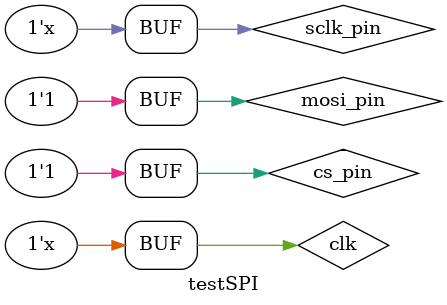
<source format=v>


module spiMemory(clk, sclk_pin, cs_pin, miso_pin, mosi_pin, leds, faultinjector_pin);
input clk;
input sclk_pin;
input cs_pin;
output miso_pin;
input mosi_pin;
output [7:0] leds;
input faultinjector_pin;
//output wire miso_buffout;

wire mosi_conditioned, mosi_positiveedge, mosi_negativeedge;
wire sclk_conditioned, sclk_positiveedge, sclk_negativeedge;
wire cs_conditioned, cs_positiveedge, cs_negativeedge;
wire fault_conditioned, fault_positiveedge, fault_negativeedge;

wire SR_we;
wire ADDR_we;
wire DM_we;

wire[7:0] d_outshiftreg;
wire serialDataOut;
wire[7:0] parallelDataOut;

wire[7:0] address;
wire[7:0] d_in, q;
wire[7:0] d_outdatamem;

wire dff_out;
wire tri_output;

inputconditioner mosi_cond (clk, mosi_pin, mosi_conditioned, mosi_positiveedge, mosi_negativeedge);
inputconditioner sclk_cond (clk, sclk_pin, sclk_conditioned, sclk_positiveedge, sclk_negativeedge);
inputconditioner cs_cond (clk, cs_pin, cs_conditioned, cs_positiveedge, cs_negativeedge);
inputconditioner fault_cond (clk, fault_pin, fault_conditioned, fault_positiveedge, fault_negativeedge);

//finitestatemachine(miso_buff, DM_we, ADDR_we, SR_we, cs_conditioned, shiftregp, sclk_positiveedge);
//finitestatemachine fsm (miso_buff, DM_we, ADDR_we, SR_we, cs_conditioned, leds[0], sclk_positiveedge);
finitestatemachine fsm (miso_buff, DM_we, ADDR_we, SR_we, cs_conditioned, parallelDataOut[0], sclk_positiveedge, leds);


//shiftregister(clk, peripheralClkEdge, parallelLoad, parallelDataIn, serialDataIn, parallelDataOut, serialDataOut, faultinjector);
//shiftregister spi_shiftreg (clk, sclk_positiveedge, SR_we, d_outdatamem, mosi_conditioned, leds, serialDataOut, fault_positiveedge);
shiftregister spi_shiftreg (clk, sclk_positiveedge, SR_we, d_outdatamem, mosi_conditioned, parallelDataOut, serialDataOut, fault_positiveedge);

//AddressLatch(address, parallel_in, clk, wrenable);
//AddressLatch addr_latch (address, leds, clk, ADDR_we);
AddressLatch addr_latch (address, parallelDataOut, clk, ADDR_we);

//datamemory(d_out, d_in, q, clk, DM_we);
//datamemory data_mem (d_outdatamem, leds, address, clk, DM_we); // TO DO change leds to parallel out aop
datamemory data_mem (d_outdatamem, parallelDataOut, address, clk, DM_we); // TO DO change leds to parallel out aop

//dff(q, d, ce, clk);
dff dff_thing (dff_out, serialDataOut, sclk_negativeedge, clk);

//tristatebuffer(tri_output, tri_enable, tri_input);
//assign miso_pin = 1; 
tristatebuffer tsb (miso_pin, miso_buff, dff_out);
assign miso_buffout = miso_buff;
endmodule

module shiftregister(clk, peripheralClkEdge, parallelLoad, parallelDataIn, serialDataIn, parallelDataOut, serialDataOut, faultinjector);
parameter width = 8;
input               clk;
input               peripheralClkEdge; //Edge indicator
input               parallelLoad;
output wire [width-1:0]   parallelDataOut;
output              serialDataOut;
input[width-1:0]    parallelDataIn;
input               serialDataIn;
input					  faultinjector;

reg[width-1:0]      shiftregistermem;

always @(posedge clk) begin
	if (parallelLoad == 1) begin
		shiftregistermem = parallelDataIn;
	end
	else if (parallelLoad == 0 && peripheralClkEdge == 1 && faultinjector == 0) begin
		shiftregistermem = shiftregistermem << 1;
		shiftregistermem[0] = serialDataIn;
	end
end

assign parallelDataOut = shiftregistermem;
assign serialDataOut = parallelDataOut[7];

endmodule

module inputconditioner(clk, noisysignal, conditioned, positiveedge, negativeedge);
output reg conditioned = 0;
output reg positiveedge = 0;	// output wire positiveedge
output reg negativeedge = 0;	// output wire negativeedge
input clk, noisysignal;

parameter counterwidth = 3;
parameter waittime = 3;

reg[counterwidth-1:0] counter =0;
reg synchronizer0 = 0;
reg synchronizer1 = 0;

always @(posedge clk ) begin
	if(conditioned == synchronizer1) begin
		counter = 0;
		positiveedge = 0;
		negativeedge = 0;
	end
	else begin
		if( counter == waittime) begin
			counter = 0;
			if(synchronizer1 > conditioned) begin
				positiveedge = 1;
			end
			else begin
				negativeedge = 1;
			end

			conditioned = synchronizer1;
		end
		else
			counter = counter+1;
	end
	synchronizer1 = synchronizer0;
	synchronizer0 = noisysignal;
end
endmodule
module AddressLatch(address, parallel_in, clk, wrenable); 
//outputs 
output reg[7:0] address;

//inputs 
input clk; 
input wrenable; 
input [7:0] parallel_in; //either address or data

//Makes sure that we alternate between storing the data address and inputting the data
always @(posedge clk)begin
	if (wrenable)begin
		address <= parallel_in;
	end
end
endmodule 


module datamemory(d_out, d_in, q, clk, DM_we);
input[7:0] d_in;
input[7:0] q;
input clk;
input DM_we;

output reg[7:0] d_out;

reg[6:0] addr;
reg[127:0] memoryvals[7:0]; //Make 128 bits by 8 bits (128 bytes) to hold all the memory

always @(posedge clk) begin
	addr = q[7:1]; //set address equal to first 7 bits of out of address latch. LSB isn't accounted for
	if (DM_we == 1) begin //if our FSM says that we're writing, assigns bits at address equal to d_in
		memoryvals[addr] = d_in; 
		//d_out <= z;
	end 
	else if (DM_we == 0) begin //if our FSM says we're reading, assigns d_out equal to bits at address
		d_out = memoryvals[addr];
	end
	end

wire[7:0] tempreg1, tempreg2;
assign tempreg1 = memoryvals[0];
assign tempreg2 = memoryvals[1];
endmodule

module dff(q, d, ce, clk);		// dff means d-flip-flop
input d, ce, clk;
output reg q;

always @(posedge clk) begin
	if (ce == 1) begin	// if the clock edge is 1 (of a different clock)
		q <= d;		// d-flip flop output is the input data
	end
	// otherwise the D flip flop outputs the previous value that it was outputting
end

endmodule

module finitestatemachine(miso_buff, DM_we, ADDR_we, SR_we, cs_conditioned, shiftregp, sclk_positiveedge, stateout);
output reg miso_buff, DM_we, ADDR_we, SR_we;
input cs_conditioned, shiftregp, sclk_positiveedge;
output reg[7:0] stateout;

reg[3:0] state = 0; //this will be out state for our 7 states 
reg[3:0] count = 0; 

reg[7:0] tempcounter = 0;

//wire cs_conditioned = 0;
parameter GET = 0;
parameter GOT = 1;
parameter READ = 2;
parameter READ2 = 3;
parameter READ3 = 4;
parameter WRITE = 5;
parameter WRITE2 = 6;
parameter DONE = 7;


//assign cs_conditioned = 0;

always @(sclk_positiveedge) begin
if (sclk_positiveedge == 1) begin
stateout = state + 1; 
//tempcounter = tempcounter + 1;
//stateout = tempcounter;
	miso_buff = 0;
	DM_we = 0;
	ADDR_we = 0;
	SR_we = 0; 

if (state == GET) begin
	//tempcounter = tempcounter + 1;
	//count = 8;
//		if (count < 7) begin
		if ((count < 7) && (cs_conditioned == 0)) begin	
			count = count + 1; 
		end 
		//else if (count == 7) begin
		else if ((count  == 7) && (cs_conditioned == 0)) begin	
			state = GOT; 
		end 
		else if (cs_conditioned == 1) begin
			count = 0;
		end
end 

else if (state == GOT) begin 
	//`GOT: begin  //GOT, no counter
	//tempcounter = 0; 
		ADDR_we = 1;
		count = 0; 
		if ((shiftregp == 1) && (cs_conditioned == 0)) begin //wrenable 1, reading, state 3
			state = READ; 
		end 
		else if ((shiftregp == 0) && (cs_conditioned == 0)) begin //wrenable 0, writing, state 
			//state <= 5;
				state = WRITE; 		
		end 
		else if (cs_conditioned ==1) begin 
			state = GET; 
		end
end 

else if (state == READ) begin 
//`READ: begin
//tempcounter = tempcounter + 1;
	if (cs_conditioned ==1) begin 
		state =GET;
	end 
	else if (cs_conditioned == 0) begin
		state = READ2; 
	end 
end 

else if (state == READ2) begin 
//`READ2: begin
//tempcounter = tempcounter + 1;
	SR_we = 1; 
	if (cs_conditioned ==1) begin 
		state = GET; 
	end 
	else if (cs_conditioned == 0) begin  
		state = READ3; 
	end 
end 

else if (state == READ3) begin 
//`READ3: begin
//tempcounter = tempcounter + 1;
	miso_buff = 1; 
	if ((count <7)  && (cs_conditioned ==0)) begin  
		count = count + 1;			
	end 
	else if ((count == 7)  && (cs_conditioned ==0)) begin  
		state = DONE; 
	end 
	else if (cs_conditioned ==1) begin 
		state = GET; 
	end 	
end 

else if (state == WRITE) begin 
//`WRITE: begin
//tempcounter = tempcounter + 1;
	if ((count < 7) && (cs_conditioned == 0)) begin
		count = count + 1;
	end
	else if ((count == 7) && (cs_conditioned == 0)) begin
		count = 0;
		state = WRITE2;
	end
	else if (cs_conditioned == 1) begin
		state = GET;
	end
end 

else if (state == WRITE2) begin
//`WRITE2: begin
//tempcounter = tempcounter + 1;
		DM_we = 1;
		if (cs_conditioned == 1) begin
			state = GET; 
		end
		else if (cs_conditioned == 0) begin
			state = DONE;
		end
end

	//`DONE: begin
	//tempcounter = tempcounter + 1;
else if (state == DONE) begin
	count = 0;
	state = GET;
end


end // end the if on positive edge
end //end always

endmodule


module tristatebuffer(tri_output, tri_enable, tri_input);

input tri_enable, tri_input; //MISO_buff = tri_enable, Q from DFF = tri_input
output reg tri_output; //final output of spimem

always @(tri_enable) begin
	if (tri_enable == 0) begin
		tri_output = 1'b z;
	end
	else if (tri_enable == 1) begin
		tri_output = tri_input;
	end
end

endmodule

module testSPI;
reg clk, sclk_pin, cs_pin, mosi_pin, faultinjector_pin; 
wire miso_pin;
wire[7:0] leds; 
spiMemory testSPImem (clk, sclk_pin, cs_pin, miso_pin, mosi_pin, leds, faultinjector_pin);


always #10 clk = ~clk;
always #1000 sclk_pin = ~sclk_pin;
initial begin
//clk = 0;
//sclk_pin = 0;
//mosi_pin = 1;
//cs_pin = 0;
//#100
//$display("MOSI %b, sclk %b, cs %b | MISO %b, leds %b", mosi_pin, sclk_pin, cs_pin, miso_pin, leds); 

cs_pin = 1;
    #2000

// WRITE 0x55 to address 1
    cs_pin = 0;
    mosi_pin = 0;
    #2000
    mosi_pin = 0;
    #2000
    mosi_pin = 0;
    #2000
    mosi_pin = 0;
    #2000
    mosi_pin = 0;
    #2000
    mosi_pin  = 0;
    #2000
    mosi_pin = 1;
    #2000
    mosi_pin = 0;

    #2000
    mosi_pin = 0;
    #2000
    mosi_pin = 1;
    #2000
    mosi_pin = 0;
    #2000
    mosi_pin = 1;
    #2000
    mosi_pin = 0;
    #2000
    mosi_pin = 1;
    #2000
    mosi_pin = 0;
    #2000
    mosi_pin = 1;

    #2000
    cs_pin = 1;
    mosi_pin = 0;

// WRITE 0x0 to address 1
    #2000
    cs_pin = 0;
    mosi_pin = 0;
    #2000
    mosi_pin = 0;
    #2000
    mosi_pin = 0;
    #2000
    mosi_pin = 0;
    #2000
    mosi_pin = 0;
    #2000
    mosi_pin = 0;
    #2000
    mosi_pin = 1;
    #2000
    mosi_pin = 0;

    #2000
    mosi_pin = 0;
    #2000
    mosi_pin = 0;
    #2000
    mosi_pin = 0;
    #2000
    mosi_pin = 0;
    #2000
    mosi_pin = 0;
    #2000
    mosi_pin = 0;
    #2000
    mosi_pin = 0;
    #2000
    mosi_pin = 0;

    #2000
    cs_pin = 1;
    mosi_pin = 0;

// READ from address 1
    #8000
    cs_pin = 0;
    mosi_pin = 0;
    #2000
    mosi_pin = 0;
    #2000
    mosi_pin = 0;
    #2000
    mosi_pin = 0;
    #2000
    mosi_pin = 0;
    #2000
    mosi_pin = 0;
    #2000
    mosi_pin = 1;
    #2000
    mosi_pin = 1;
    #18000
    cs_pin = 1;


end



endmodule
</source>
